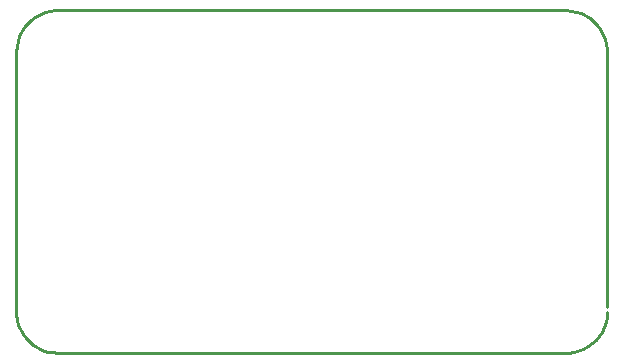
<source format=gko>
G04 ---------------------------- Layer name :KeepOutLayer *
G04 easyEDA 0.1*
G04 Scale: 100 percent, Rotated: No, Reflected: No *
G04 Dimensions in inches *
G04 leading zeros omitted , absolute positions ,2 integer and 4 * 
%FSLAX24Y24*%
%MOIN*%
G90*
G70D02*

%ADD10C,0.010000*%
G54D10*
G01X19784Y1360D02*
G01X19773Y1181D01*
G01X19739Y1008D01*
G01X19684Y844D01*
G01X19610Y689D01*
G01X19410Y416D01*
G01X19150Y200D01*
G01X19001Y117D01*
G01X18673Y8D01*
G01X18497Y-14D01*
G01X1477Y-17D01*
G01X1298Y-5D01*
G01X1125Y28D01*
G01X961Y82D01*
G01X663Y248D01*
G01X417Y480D01*
G01X317Y616D01*
G01X170Y925D01*
G01X125Y1093D01*
G01X102Y1270D01*
G01X99Y10022D01*
G01X111Y10201D01*
G01X145Y10374D01*
G01X199Y10538D01*
G01X365Y10835D01*
G01X597Y11082D01*
G01X734Y11182D01*
G01X1042Y11329D01*
G01X1210Y11374D01*
G01X1387Y11397D01*
G01X18407Y11400D01*
G01X18586Y11388D01*
G01X18759Y11354D01*
G01X18923Y11300D01*
G01X19220Y11134D01*
G01X19466Y10902D01*
G01X19567Y10765D01*
G01X19714Y10457D01*
G01X19759Y10288D01*
G01X19781Y10112D01*
G01X19784Y1518D01*

%LPD*%

M00*
M02*
</source>
